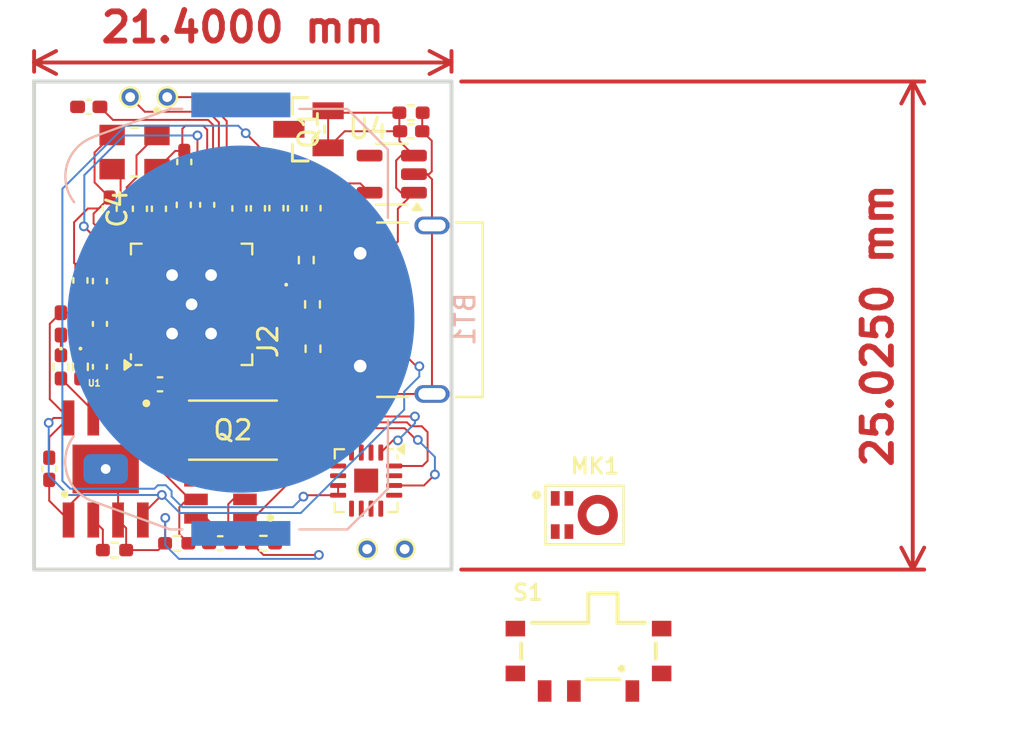
<source format=kicad_pcb>
(kicad_pcb (version 20240108) (generator "pcbnew") (generator_version "8.0")
  (layers (0 "F.Cu" signal) (31 "B.Cu" signal) (34 "B.Paste" user) (35 "F.Paste" user) (36 "B.SilkS" user "B.Silkscreen") (37 "F.SilkS" user "F.Silkscreen") (38 "B.Mask" user) (39 "F.Mask" user) (44 "Edge.Cuts" user))
  (net 0 "")
  (net 1 "VBUS")
  (net 2 "VDD_nRF")
  (net 4 "Net-(L4-Pad2)")
  (net 5 "B+")
  (net 6 "Net-(U6-XC1)")
  (net 7 "Net-(U6-XC2)")
  (net 8 "Net-(U6-DEC4)")
  (net 9 "Net-(U6-DEC3)")
  (net 10 "Net-(U6-DEC1)")
  (net 11 "Net-(C11-Pad1)")
  (net 12 "Net-(D1-K)")
  (net 13 "Net-(D2-K)")
  (net 14 "/PWR")
  (net 15 "Net-(D3-K)")
  (net 16 "Net-(L1-Pad2)")
  (net 17 "Net-(U6-DCC)")
  (net 18 "ANTENNA")
  (net 19 "Net-(U6-ANT)")
  (net 20 "Net-(U1-~{CHRG})")
  (net 21 "Net-(U1-~{STDBY})")
  (net 22 "Net-(U1-PROG)")
  (net 23 "Net-(U5-CS)")
  (net 24 "SPK_DATA")
  (net 26 "SEL")
  (net 27 "SPK_N")
  (net 28 "CLK")
  (net 31 "SPK_P")
  (net 37 "RST")
  (net 44 "SWDIO")
  (net 45 "MIC_DATA")
  (net 53 "SWDCLK")
  (net 62 "Net-(J2-CC1_B)")
  (net 63 "Net-(J2-CC1_A)")
  (net 66 "/D1")
  (net 67 "/G2")
  (net 68 "B-")
  (net 69 "/G1")
  (net 71 "Net-(Q1-D)")
  (footprint "Resistor_SMD:R_0402_1005Metric_Pad0.72x0.64mm_HandSolder" (layer "F.Cu") (at 24.2225 38.825 180)
    (property "Reference" "R6" (hide yes))
    (property "Value" "2k")
  )
  (footprint "Resistor_SMD:R_0402_1005Metric_Pad0.72x0.64mm_HandSolder" (layer "F.Cu") (at 34.055 23.955 -90)
    (property "Reference" "R9" (hide yes))
    (property "Value" "1k" (hide yes))
  )
  (footprint "Capacitor_SMD:C_0402_1005Metric_Pad0.74x0.62mm_HandSolder" (layer "F.Cu") (at 39.4325 17.35)
    (property "Reference" "C1" (hide yes))
    (property "Value" "4.7uF" (hide yes))
  )
  (footprint "12402012E212A:AMPHENOL_12402012E212A" (layer "F.Cu") (at 40.5 26.5 90)
    (property "Reference" "J2")
    (property "Value" "12402012E212A" (hide yes))
  )
  (footprint "Capacitor_SMD:C_0402_1005Metric_Pad0.74x0.62mm_HandSolder" (layer "F.Cu") (at 20.875 34.6575 -90)
    (property "Reference" "C2" (hide yes))
    (property "Value" "10uF" (hide yes))
  )
  (footprint "Resistor_SMD:R_0402_1005Metric_Pad0.72x0.64mm_HandSolder" (layer "F.Cu") (at 22.475 29.4275 -90)
    (property "Reference" "R5" (hide yes))
    (property "Value" "1k" (hide yes))
  )
  (footprint "ABM8-48.000MHZ-B2:XTAL_ABM8-48.000MHZ-B2" (layer "F.Cu") (at 25.25 18.4175 -90)
    (property "Reference" "Y1" (hide yes))
    (property "Value" "ABM8-32.000MHZ-B2" (hide yes))
  )
  (footprint "Resistor_SMD:R_0402_1005Metric_Pad0.72x0.64mm_HandSolder" (layer "F.Cu") (at 34.4 28.5 90)
    (property "Reference" "R11" (hide yes))
    (property "Value" "5.1k" (hide yes))
  )
  (footprint "Package_TO_SOT_SMD:SOT-23-5" (layer "F.Cu") (at 38.4375 19.55 180)
    (property "Reference" "U4")
    (property "Value" "AP2112K-3.3" (hide yes))
  )
  (footprint "Capacitor_SMD:C_0402_1005Metric_Pad0.74x0.62mm_HandSolder" (layer "F.Cu") (at 32.525 21.2925 90)
    (property "Reference" "C17" (hide yes))
    (property "Value" "4.7uF" (hide yes))
  )
  (footprint "TestPoint:TestPoint_Loop_D1.80mm_Drill1.0mm_Beaded" (layer "F.Cu") (at 39.1 38.775)
    (property "Reference" "TP4" (hide yes))
    (property "Value" "TestPoint" (hide yes))
  )
  (footprint "Capacitor_SMD:C_0402_1005Metric_Pad0.74x0.62mm_HandSolder" (layer "F.Cu") (at 27.775 21.125 -90)
    (property "Reference" "C7" (hide yes))
    (property "Value" "47nF" (hide yes))
  )
  (footprint "Capacitor_SMD:C_0402_1005Metric_Pad0.74x0.62mm_HandSolder" (layer "F.Cu") (at 22.475 25 90)
    (property "Reference" "C11" (hide yes))
    (property "Value" "1uF" (hide yes))
  )
  (footprint "Diode_SMD:D_0402_1005Metric_Pad0.77x0.64mm_HandSolder" (layer "F.Cu") (at 22.475 27.2275 90)
    (property "Reference" "D2" (hide yes))
    (property "Value" "D_Small" (hide yes))
  )
  (footprint "TestPoint:TestPoint_Loop_D1.80mm_Drill1.0mm_Beaded" (layer "F.Cu") (at 25.025 15.6)
    (property "Reference" "TP2" (hide yes))
    (property "Value" "TestPoint" (hide yes))
  )
  (footprint "IM69D120V01XTSA1:XDCR_IM69D120V01XTSA1" (layer "F.Cu") (at 48.32 37.025)
    (property "Reference" "MK1")
    (property "Value" "IM69D120V01XTSA1")
  )
  (footprint "Capacitor_SMD:C_0402_1005Metric_Pad0.74x0.62mm_HandSolder" (layer "F.Cu") (at 34.425 21.2925 90)
    (property "Reference" "C15" (hide yes))
    (property "Value" "100nF" (hide yes))
  )
  (footprint "Capacitor_SMD:C_0402_1005Metric_Pad0.74x0.62mm_HandSolder" (layer "F.Cu") (at 30.625 21.31 90)
    (property "Reference" "C16" (hide yes))
    (property "Value" "1uF" (hide yes))
  )
  (footprint "Capacitor_SMD:C_0402_1005Metric_Pad0.74x0.62mm_HandSolder" (layer "F.Cu") (at 29.6425 38.475)
    (property "Reference" "C3" (hide yes))
    (property "Value" "100nF" (hide yes))
  )
  (footprint "Capacitor_SMD:C_0402_1005Metric_Pad0.74x0.62mm_HandSolder" (layer "F.Cu") (at 23.475 25.0325 90)
    (property "Reference" "C12" (hide yes))
    (property "Value" "47nF" (hide yes))
  )
  (footprint "footprints:DMP3099L-7" (layer "F.Cu") (at 34.1695 17.249999 90)
    (property "Reference" "Q1")
    (property "Value" "PMOS" (hide yes))
  )
  (footprint "Resistor_SMD:R_0402_1005Metric_Pad0.72x0.64mm_HandSolder" (layer "F.Cu") (at 21.475 29.43 -90)
    (property "Reference" "R4" (hide yes))
    (property "Value" "1k" (hide yes))
  )
  (footprint "Inductor_SMD:L_0402_1005Metric_Pad0.77x0.64mm_HandSolder" (layer "F.Cu") (at 23.475 27.2275 -90)
    (property "Reference" "L1" (hide yes))
    (property "Value" "15nH" (hide yes))
  )
  (footprint "Resistor_SMD:R_0402_1005Metric_Pad0.72x0.64mm_HandSolder" (layer "F.Cu") (at 31.8575 38.475 180)
    (property "Reference" "R7" (hide yes))
    (property "Value" "1k")
  )
  (footprint "Inductor_SMD:L_0402_1005Metric_Pad0.77x0.64mm_HandSolder" (layer "F.Cu") (at 28.975 21.1225 -90)
    (property "Reference" "L5" (hide yes))
    (property "Value" "3.9mH" (hide yes))
  )
  (footprint "Capacitor_SMD:C_0402_1005Metric_Pad0.74x0.62mm_HandSolder" (layer "F.Cu") (at 33.475 21.3025 90)
    (property "Reference" "C13" (hide yes))
    (property "Value" "100nF" (hide yes))
  )
  (footprint "Capacitor_SMD:C_0402_1005Metric_Pad0.74x0.62mm_HandSolder" (layer "F.Cu") (at 27.8 18.925 -90)
    (property "Reference" "C8" (hide yes))
    (property "Value" "1uF" (hide yes))
  )
  (footprint "Capacitor_SMD:C_0402_1005Metric_Pad0.74x0.62mm_HandSolder" (layer "F.Cu") (at 23.975 21.3175 -90)
    (property "Reference" "C5" (hide yes))
    (property "Value" "12pF" (hide yes))
  )
  (footprint "450404015514:450404015514" (layer "F.Cu") (at 48.525 44)
    (property "Reference" "S1")
    (property "Value" "450404015514")
  )
  (footprint "Capacitor_SMD:C_0402_1005Metric_Pad0.74x0.62mm_HandSolder" (layer "F.Cu") (at 26.5575 30.325 180)
    (property "Reference" "C10" (hide yes))
    (property "Value" "100nF" (hide yes))
  )
  (footprint "Resistor_SMD:R_0402_1005Metric_Pad0.72x0.64mm_HandSolder" (layer "F.Cu") (at 27.4125 38.475 180)
    (property "Reference" "R8" (hide yes))
    (property "Value" "100" (hide yes))
  )
  (footprint "Inductor_SMD:L_0402_1005Metric_Pad0.77x0.64mm_HandSolder" (layer "F.Cu") (at 22.9025 16.1)
    (property "Reference" "L4" (hide yes))
    (property "Value" "4.7nH" (hide yes))
  )
  (footprint "DW01A:SOT95P280X145-6N" (layer "F.Cu") (at 29.655 36.225 180)
    (property "Reference" "U5" (hide yes))
    (property "Value" "DW01A" (hide yes))
  )
  (footprint "Inductor_SMD:L_0402_1005Metric_Pad0.77x0.64mm_HandSolder" (layer "F.Cu") (at 23.475 29.4275 -90)
    (property "Reference" "L3" (hide yes))
    (property "Value" "10uH" (hide yes))
  )
  (footprint "Capacitor_SMD:C_0402_1005Metric_Pad0.74x0.62mm_HandSolder" (layer "F.Cu") (at 31.575 21.3025 90)
    (property "Reference" "C14" (hide yes))
    (property "Value" "100nF" (hide yes))
  )
  (footprint "FS8205A:SOP65P640X120-8N" (layer "F.Cu") (at 30.295 32.675)
    (property "Reference" "Q2")
    (property "Value" "FS8205A" (hide yes))
  )
  (footprint "Package_DFN_QFN:TQFN-16-1EP_3x3mm_P0.5mm_EP1.23x1.23mm" (layer "F.Cu") (at 37.125 35.2625 -90)
    (property "Reference" "U2" (hide yes))
    (property "Value" "MAX98357A" (hide yes))
  )
  (footprint "Resistor_SMD:R_0402_1005Metric_Pad0.72x0.64mm_HandSolder" (layer "F.Cu") (at 39.425 16.4)
    (property "Reference" "R3" (hide yes))
    (property "Value" "100k" (hide yes))
  )
  (footprint "Diode_SMD:D_0402_1005Metric_Pad0.77x0.64mm_HandSolder" (layer "F.Cu") (at 33.025 23.9525 90)
    (property "Reference" "D3" (hide yes))
    (property "Value" "D_Small" (hide yes))
  )
  (footprint "Capacitor_SMD:C_0402_1005Metric_Pad0.74x0.62mm_HandSolder" (layer "F.Cu") (at 25.525 21.325 90)
    (property "Reference" "C4")
    (property "Value" "12pF" (hide yes))
  )
  (footprint "Diode_SMD:D_0402_1005Metric_Pad0.77x0.64mm_HandSolder" (layer "F.Cu") (at 21.475 27.2275 90)
    (property "Reference" "D1" (hide yes))
    (property "Value" "D_Small" (hide yes))
  )
  (footprint "Package_DFN_QFN:QFN-48-1EP_6x6mm_P0.4mm_EP4.6x4.6mm" (layer "F.Cu") (at 28.175 26.225 90)
    (property "Reference" "U6" (hide yes))
    (property "Value" "nRF52840-QFXX" (hide yes))
  )
  (footprint "Resistor_SMD:R_0402_1005Metric_Pad0.72x0.64mm_HandSolder" (layer "F.Cu") (at 34.375 26.2275 -90)
    (property "Reference" "R10" (hide yes))
    (property "Value" "5.1k" (hide yes))
  )
  (footprint "TestPoint:TestPoint_Loop_D1.80mm_Drill1.0mm_Beaded" (layer "F.Cu") (at 26.925 15.6)
    (property "Reference" "TP1" (hide yes))
    (property "Value" "TestPoint" (hide yes))
  )
  (footprint "TP4056 (1):SO08-PAD-300" (layer "F.Cu") (at 23.77 34.6663)
    (property "Reference" "U1")
    (property "Value" "TP4056")
  )
  (footprint "Capacitor_SMD:C_0402_1005Metric_Pad0.74x0.62mm_HandSolder" (layer "F.Cu") (at 26.5 21.325 -90)
    (property "Reference" "C9" (hide yes))
    (property "Value" "100pF" (hide yes))
  )
  (footprint "TestPoint:TestPoint_Loop_D1.80mm_Drill1.0mm_Beaded" (layer "F.Cu") (at 37.175 38.775)
    (property "Reference" "TP3" (hide yes))
    (property "Value" "TestPoint" (hide yes))
  )
  (footprint "Battery:BatteryHolder_Keystone_3034_1x20mm" (layer "B.Cu") (at 30.7 26.985 90)
    (property "Reference" "BT1")
    (property "Value" "Battery_Cell")
  )
  (gr_rect (start 20.1 14.8) (end 41.5 39.825) (stroke (width 0.2)) (fill none) (layer "Edge.Cuts"))
  (dimension (type aligned) (layer "F.Cu") (pts (xy 41.5 14.8) (xy 41.5 39.825)) (height -23.65) (gr_text "25.0250 mm" (at 63.35 27.3125 90) (layer "F.Cu") (effects (font (size 1.5 1.5) (thickness 0.3)))) (format (prefix "") (suffix "") (units 3) (units_format 1) (precision 4)) (style (thickness 0.2) (arrow_length 1.27) (text_position_mode 0) (extension_height 0.58642) (extension_offset 0.5) keep_text_aligned))
  (dimension (type aligned) (layer "F.Cu") (pts (xy 20.1 14.8) (xy 41.5 14.8)) (height -0.975) (gr_text "21.4000 mm" (at 30.8 12.025 0) (layer "F.Cu") (effects (font (size 1.5 1.5) (thickness 0.3)))) (format (prefix "") (suffix "") (units 3) (units_format 1) (precision 4)) (style (thickness 0.2) (arrow_length 1.27) (text_position_mode 0) (extension_height 0.58642) (extension_offset 0.5) keep_text_aligned))
  (segment (start 39.575 20.5) (end 38.912501 20.5) (width 0.1) (layer "F.Cu") (net 1))
  (segment (start 25.675 36.975) (end 26.65 36) (width 0.1) (layer "F.Cu") (net 1))
  (segment (start 38.912501 20.5) (end 38.6625 20.249999) (width 0.1) (layer "F.Cu") (net 1))
  (segment (start 35.75 28.9) (end 36.32 28.9) (width 0.1) (layer "F.Cu") (net 1))
  (segment (start 38.912501 18.6) (end 39.575 18.6) (width 0.1) (layer "F.Cu") (net 1))
  (segment (start 21.0999 32.0501) (end 21.865 32.0501) (width 0.1) (layer "F.Cu") (net 1))
  (segment (start 36.57 28.65) (end 36.57 24.35) (width 0.1) (layer "F.Cu") (net 1))
  (segment (start 38.75 21.325) (end 38.75 23) (width 0.1) (layer "F.Cu") (net 1))
  (segment (start 36.32 24.1) (end 35.75 24.1) (width 0.1) (layer "F.Cu") (net 1))
  (segment (start 35.885 24.235) (end 35.75 24.1) (width 0.1) (layer "F.Cu") (net 1))
  (segment (start 36.025 17.35) (end 38.865 17.35) (width 0.1) (layer "F.Cu") (net 1))
  (segment (start 39.575 18.6) (end 38.8275 17.8525) (width 0.1) (layer "F.Cu") (net 1))
  (segment (start 36.32 28.9) (end 36.57 28.65) (width 0.1) (layer "F.Cu") (net 1))
  (segment (start 22.475 26.655) (end 21.475 26.655) (width 0.1) (layer "F.Cu") (net 1))
  (segment (start 35.275002 16.4) (end 35.175 16.299998) (width 0.1) (layer "F.Cu") (net 1))
  (segment (start 39.575 20.5) (end 38.75 21.325) (width 0.1) (layer "F.Cu") (net 1))
  (segment (start 38.6625 18.850001) (end 38.912501 18.6) (width 0.1) (layer "F.Cu") (net 1))
  (segment (start 35.175 18.2) (end 36.025 17.35) (width 0.1) (layer "F.Cu") (net 1))
  (segment (start 38.75 23) (end 37.515 24.235) (width 0.1) (layer "F.Cu") (net 1))
  (segment (start 39.065 28.765) (end 35.885 28.765) (width 0.1) (layer "F.Cu") (net 1))
  (segment (start 39.85 29.4) (end 39.7 29.4) (width 0.1) (layer "F.Cu") (net 1))
  (segment (start 20.875 33.0401) (end 21.865 32.0501) (width 0.1) (layer "F.Cu") (net 1))
  (segment (start 20.875 34.09) (end 20.875 33.0401) (width 0.1) (layer "F.Cu") (net 1))
  (segment (start 20.905 31.0901) (end 20.905 27.225) (width 0.1) (layer "F.Cu") (net 1))
  (segment (start 21.865 32.0501) (end 20.905 31.0901) (width 0.1) (layer "F.Cu") (net 1))
  (segment (start 35.885 28.765) (end 35.75 28.9) (width 0.1) (layer "F.Cu") (net 1))
  (segment (start 35.175 16.299998) (end 35.175 18.2) (width 0.1) (layer "F.Cu") (net 1))
  (segment (start 37.515 24.235) (end 35.885 24.235) (width 0.1) (layer "F.Cu") (net 1))
  (segment (start 38.8275 16.4) (end 35.275002 16.4) (width 0.1) (layer "F.Cu") (net 1))
  (segment (start 39.7 29.4) (end 39.065 28.765) (width 0.1) (layer "F.Cu") (net 1))
  (segment (start 38.8275 17.8525) (end 38.8275 16.4) (width 0.1) (layer "F.Cu") (net 1))
  (segment (start 20.85 32.3) (end 21.0999 32.0501) (width 0.1) (layer "F.Cu") (net 1))
  (segment (start 25.675 37.2825) (end 25.675 36.975) (width 0.1) (layer "F.Cu") (net 1))
  (segment (start 38.6625 20.249999) (end 38.6625 18.850001) (width 0.1) (layer "F.Cu") (net 1))
  (segment (start 20.905 27.225) (end 21.475 26.655) (width 0.1) (layer "F.Cu") (net 1))
  (segment (start 36.57 24.35) (end 36.32 24.1) (width 0.1) (layer "F.Cu") (net 1))
  (via (at 26.65 36) (size 0.5) (drill 0.3) (layers "F.Cu" "B.Cu") (net 1))
  (via (at 39.85 29.4) (size 0.5) (drill 0.3) (layers "F.Cu" "B.Cu") (net 1))
  (via (at 20.85 32.3) (size 0.5) (drill 0.3) (layers "F.Cu" "B.Cu") (net 1))
  (segment (start 27.575 36.925) (end 33.775 36.925) (width 0.1) (layer "B.Cu") (net 1))
  (segment (start 26.65 36) (end 21.85 36) (width 0.1) (layer "B.Cu") (net 1))
  (segment (start 39.075 30.7) (end 39.85 29.925) (width 0.1) (layer "B.Cu") (net 1))
  (segment (start 33.775 36.925) (end 39.075 31.625) (width 0.1) (layer "B.Cu") (net 1))
  (segment (start 39.075 31.625) (end 39.075 30.7) (width 0.1) (layer "B.Cu") (net 1))
  (segment (start 39.85 29.925) (end 39.85 29.4) (width 0.1) (layer "B.Cu") (net 1))
  (segment (start 26.65 36) (end 27.575 36.925) (width 0.1) (layer "B.Cu") (net 1))
  (segment (start 21.85 36) (end 20.85 35) (width 0.1) (layer "B.Cu") (net 1))
  (segment (start 20.85 35) (end 20.85 32.3) (width 0.1) (layer "B.Cu") (net 1))
  (segment (start 36.825 20.025) (end 33.525 20.025) (width 0.1) (layer "F.Cu") (net 2))
  (segment (start 34.4075 21.8775) (end 34.425 21.86) (width 0.1) (layer "F.Cu") (net 2))
  (segment (start 35.6875 35.5125) (end 35.6875 36.0125) (width 0.1) (layer "F.Cu") (net 2))
  (segment (start 35.785 20.5) (end 37.3 20.5) (width 0.1) (layer "F.Cu") (net 2))
  (segment (start 33.980392 36.0125) (end 35.6875 36.0125) (width 0.1) (layer "F.Cu") (net 2))
  (segment (start 30.625 21.8775) (end 30.625 23.025) (width 0.1) (layer "F.Cu") (net 2))
  (segment (start 33.525 20.025) (end 30.95 17.45) (width 0.1) (layer "F.Cu") (net 2))
  (segment (start 33.908946 36.083946) (end 33.980392 36.0125) (width 0.1) (layer "F.Cu") (net 2))
  (segment (start 37.3 20.5) (end 36.825 20.025) (width 0.1) (layer "F.Cu") (net 2))
  (segment (start 34.425 21.86) (end 35.785 20.5) (width 0.1) (layer "F.Cu") (net 2))
  (segment (start 30.625 23.025) (end 30.375 23.275) (width 0.1) (layer "F.Cu") (net 2))
  (segment (start 30.625 21.8775) (end 34.4075 21.8775) (width 0.1) (layer "F.Cu") (net 2))
  (via (at 30.95 17.45) (size 0.5) (drill 0.3) (layers "F.Cu" "B.Cu") (net 2))
  (via (at 33.908946 36.083946) (size 0.5) (drill 0.3) (layers "F.Cu" "B.Cu") (net 2))
  (segment (start 33.367892 36.625) (end 33.908946 36.083946) (width 0.1) (layer "B.Cu") (net 2))
  (segment (start 27.699264 36.625) (end 33.367892 36.625) (width 0.1) (layer "B.Cu") (net 2))
  (segment (start 21.55 35.275736) (end 21.952564 35.6783) (width 0.1) (layer "B.Cu") (net 2))
  (segment (start 30.95 17.45) (end 30.5675 17.0675) (width 0.1) (layer "B.Cu") (net 2))
  (segment (start 24.783236 17.0675) (end 21.55 20.300736) (width 0.1) (layer "B.Cu") (net 2))
  (segment (start 26.442893 35.5) (end 26.857107 35.5) (width 0.1) (layer "B.Cu") (net 2))
  (segment (start 21.55 20.300736) (end 21.55 35.275736) (width 0.1) (layer "B.Cu") (net 2))
  (segment (start 21.952564 35.6783) (end 26.264593 35.6783) (width 0.1) (layer "B.Cu") (net 2))
  (segment (start 26.857107 35.5) (end 27.15 35.792893) (width 0.1) (layer "B.Cu") (net 2))
  (segment (start 27.15 36.075736) (end 27.699264 36.625) (width 0.1) (layer "B.Cu") (net 2))
  (segment (start 26.264593 35.6783) (end 26.442893 35.5) (width 0.1) (layer "B.Cu") (net 2))
  (segment (start 30.5675 17.0675) (end 24.783236 17.0675) (width 0.1) (layer "B.Cu") (net 2))
  (segment (start 27.15 35.792893) (end 27.15 36.075736) (width 0.1) (layer "B.Cu") (net 2))
  (segment (start 24.1425 16.7675) (end 29.018236 16.7675) (width 0.1) (layer "F.Cu") (net 4))
  (segment (start 29.018236 16.7675) (end 29.275 17.024264) (width 0.1) (layer "F.Cu") (net 4))
  (segment (start 23.475 16.1) (end 24.1425 16.7675) (width 0.1) (layer "F.Cu") (net 4))
  (segment (start 29.275 17.024264) (end 29.275 20.25) (width 0.1) (layer "F.Cu") (net 4))
  (segment (start 29.275 20.25) (end 28.975 20.55) (width 0.1) (layer "F.Cu") (net 4))
  (segment (start 29.075 38.475) (end 28.01 38.475) (width 0.1) (layer "F.Cu") (net 5))
  (segment (start 27.545 36.63) (end 27.95 36.225) (width 0.1) (layer "F.Cu") (net 5))
  (segment (start 28.01 38.475) (end 27.545 38.01) (width 0.1) (layer "F.Cu") (net 5))
  (segment (start 28.09 36.225) (end 25.825 33.96) (width 0.1) (layer "F.Cu") (net 5))
  (segment (start 25.825 33.96) (end 25.825 32.2001) (width 0.1) (layer "F.Cu") (net 5))
  (segment (start 28.4 36.225) (end 28.09 36.225) (width 0.1) (layer "F.Cu") (net 5))
  (segment (start 27.545 38.01) (end 27.545 36.63) (width 0.1) (layer "F.Cu") (net 5))
  (segment (start 25.825 32.2001) (end 25.675 32.0501) (width 0.1) (layer "F.Cu") (net 5))
  (segment (start 27.95 36.225) (end 28.4 36.225) (width 0.1) (layer "F.Cu") (net 5))
  (segment (start 24.85 21.2175) (end 24.85 20.2175) (width 0.1) (layer "F.Cu") (net 6))
  (segment (start 25.525 21.8925) (end 24.85 21.2175) (width 0.1) (layer "F.Cu") (net 6))
  (segment (start 25.525 21.8925) (end 26.375 22.7425) (width 0.1) (layer "F.Cu") (net 6))
  (segment (start 25.35 18.5925) (end 26.4 17.5425) (width 0.1) (layer "F.Cu") (net 6))
  (segment (start 26.375 22.7425) (end 26.375 23.275) (width 0.1) (layer "F.Cu") (net 6))
  (segment (start 24.85 20.2175) (end 25.35 19.7175) (width 0.1) (layer "F.Cu") (net 6))
  (segment (start 25.35 19.7175) (end 25.35 18.5925) (width 0.1) (layer "F.Cu") (net 6))
  (segment (start 25.365 23.275) (end 25.975 23.275) (width 0.1) (layer "F.Cu") (net 7))
  (segment (start 23.975 21.885) (end 25.365 23.275) (width 0.1) (layer "F.Cu") (net 7))
  (segment (start 24.1 19.2925) (end 24.535 19.7275) (width 0.1) (layer "F.Cu") (net 7))
  (segment (start 24.535 21.325) (end 23.975 21.885) (width 0.1) (layer "F.Cu") (net 7))
  (segment (start 24.535 19.7275) (end 24.535 21.325) (width 0.1) (layer "F.Cu") (net 7))
  (segment (start 27.775 21.6925) (end 27.175 22.2925) (width 0.1) (layer "F.Cu") (net 8))
  (segment (start 28.475 17.5675) (end 28.475 18.8175) (width 0.1) (layer "F.Cu") (net 8))
  (segment (start 24.045 23.62) (end 22.65 22.225) (width 0.1) (layer "F.Cu") (net 8))
  (segment (start 24.045 27.095) (end 24.045 23.62) (width 0.1) (layer "F.Cu") (net 8))
  (segment (start 27.175 22.2925) (end 27.175 23.275) (width 0.1) (layer "F.Cu") (net 8))
  (segment (start 27.215 20.0775) (end 27.8 19.4925) (width 0.1) (layer "F.Cu") (net 8))
  (segment (start 27.775 21.6925) (end 27.215 21.1325) (width 0.1) (layer "F.Cu") (net 8))
  (segment (start 24.575 27.625) (end 24.045 27.095) (width 0.1) (layer "F.Cu") (net 8))
  (segment (start 27.215 21.1325) (end 27.215 20.0775) (width 0.1) (layer "F.Cu") (net 8))
  (segment (start 25.225 27.625) (end 24.575 27.625) (width 0.1) (layer "F.Cu") (net 8))
  (segment (start 28.475 18.8175) (end 27.8 19.4925) (width 0.1) (layer "F.Cu") (net 8))
  (via (at 28.475 17.5675) (size 0.5) (drill 0.3) (layers "F.Cu" "B.Cu") (net 8))
  (via (at 22.65 22.225) (size 0.5) (drill 0.3) (layers "F.Cu" "B.Cu") (net 8))
  (segment (start 24.7075 17.5675) (end 22.675 19.6) (width 0.1) (layer "B.Cu") (net 8))
  (segment (start 22.675 19.6) (end 22.675 22.2) (width 0.1) (layer "B.Cu") (net 8))
  (segment (start 22.675 22.2) (end 22.65 22.225) (width 0.1) (layer "B.Cu") (net 8))
  (segment (start 28.475 17.5675) (end 24.7075 17.5675) (width 0.1) (layer "B.Cu") (net 8))
  (segment (start 23.4425 25.5675) (end 23.475 25.6) (width 0.1) (layer "F.Cu") (net 11))
  (segment (start 22.475 25.5675) (end 23.4425 25.5675) (width 0.1) (layer "F.Cu") (net 11))
  (segment (start 23.475 25.6) (end 23.475 26.655) (width 0.1) (layer "F.Cu") (net 11))
  (segment (start 21.475 27.8) (end 21.475 28.8325) (width 0.1) (layer "F.Cu") (net 12))
  (segment (start 22.475 27.8) (end 22.475 28.83) (width 0.1) (layer "F.Cu") (net 13))
  (segment (start 33.025 23.38) (end 32.425 23.98) (width 0.1) (layer "F.Cu") (net 14))
  (segment (start 31.55065 25.625) (end 31.125 25.625) (width 0.1) (layer "F.Cu") (net 14))
  (segment (start 32.425 24.75065) (end 31.55065 25.625) (width 0.1) (layer "F.Cu") (net 14))
  (segment (start 32.425 23.98) (end 32.425 24.75065) (width 0.1) (layer "F.Cu") (net 14))
  (segment (start 33.0525 24.5525) (end 33.025 24.525) (width 0.1) (layer "F.Cu") (net 15))
  (segment (start 34.055 24.5525) (end 33.0525 24.5525) (width 0.1) (layer "F.Cu") (net 15))
  (segment (start 23.475 27.8) (end 23.475 28.855) (width 0.1) (layer "F.Cu") (net 16))
  (segment (start 24.79935 28.025) (end 24.045 28.77935) (width 0.1) (layer "F.Cu") (net 17))
  (segment (start 24.045 28.77935) (end 24.045 29.43) (width 0.1) (layer "F.Cu") (net 17))
  (segment (start 25.225 28.025) (end 24.79935 28.025) (width 0.1) (layer "F.Cu") (net 17))
  (segment (start 24.045 29.43) (end 23.475 30) (width 0.1) (layer "F.Cu") (net 17))
  (segment (start 28.975 21.695) (end 28.975 22.077499) (width 0.1) (layer "F.Cu") (net 19))
  (segment (start 27.975 22.84935) (end 27.975 23.275) (width 0.1) (layer "F.Cu") (net 19))
  (segment (start 28.975 22.077499) (end 28.427499 22.625) (width 0.1) (layer "F.Cu") (net 19))
  (segment (start 28.19935 22.625) (end 27.975 22.84935) (width 0.1) (layer "F.Cu") (net 19))
  (segment (start 28.427499 22.625) (end 28.19935 22.625) (width 0.1) (layer "F.Cu") (net 19))
  (segment (start 21.475 30.0275) (end 23.135 31.6875) (width 0.1) (layer "F.Cu") (net 20))
  (segment (start 23.135 31.6875) (end 23.135 32.0501) (width 0.1) (layer "F.Cu") (net 20))
  (segment (start 24.405 31.4501) (end 24.405 32.0501) (width 0.1) (layer "F.Cu") (net 21))
  (segment (start 23.3501 30.9001) (end 23.855 30.9001) (width 0.1) (layer "F.Cu") (net 21))
  (segment (start 22.475 30.025) (end 23.3501 30.9001) (width 0.1) (layer "F.Cu") (net 21))
  (segment (start 23.855 30.9001) (end 24.405 31.4501) (width 0.1) (layer "F.Cu") (net 21))
  (segment (start 23.625 38.825) (end 23.625 37.7725) (width 0.1) (layer "F.Cu") (net 22))
  (segment (start 23.625 37.7725) (end 23.135 37.2825) (width 0.1) (layer "F.Cu") (net 22))
  (segment (start 30.055 37.72) (end 30.055 36.47) (width 0.1) (layer "F.Cu") (net 23))
  (segment (start 30.085 37.75) (end 30.055 37.72) (width 0.1) (layer "F.Cu") (net 23))
  (segment (start 31.73 37.75) (end 30.085 37.75) (width 0.1) (layer "F.Cu") (net 23))
  (segment (start 32.455 38.475) (end 31.73 37.75) (width 0.1) (layer "F.Cu") (net 23))
  (segment (start 30.3 36.225) (end 30.91 36.225) (width 0.1) (layer "F.Cu") (net 23))
  (segment (start 30.055 36.47) (end 30.3 36.225) (width 0.1) (layer "F.Cu") (net 23))
  (segment (start 33.83 27.48) (end 33.83 29.951016) (width 0.1) (layer "F.Cu") (net 24))
  (segment (start 31.125 26.025) (end 32.375 26.025) (width 0.1) (layer "F.Cu") (net 24))
  (segment (start 35.853984 31.975) (end 39.625 31.975) (width 0.1) (layer "F.Cu") (net 24))
  (segment (start 32.375 26.025) (end 33.83 27.48) (width 0.1) (layer "F.Cu") (net 24))
  (segment (start 37.875 33.825) (end 38.5 33.2) (width 0.1) (layer "F.Cu") (net 24))
  (segment (start 33.83 29.951016) (end 35.853984 31.975) (width 0.1) (layer "F.Cu") (net 24))
  (segment (start 38.5 33.2) (end 38.75 33.2) (width 0.1) (layer "F.Cu") (net 24))
  (via (at 39.625 31.975) (size 0.5) (drill 0.3) (layers "F.Cu" "B.Cu") (net 24))
  (via (at 38.75 33.2) (size 0.5) (drill 0.3) (layers "F.Cu" "B.Cu") (net 24))
  (segment (start 39.625 31.975) (end 39.625 32.325) (width 0.1) (layer "B.Cu") (net 24))
  (segment (start 39.625 32.325) (end 38.75 33.2) (width 0.1) (layer "B.Cu") (net 24))
  (segment (start 39.693629 33.175) (end 39.093629 32.575) (width 0.1) (layer "F.Cu") (net 26))
  (segment (start 40.0875 35.5125) (end 40.65 34.95) (width 0.1) (layer "F.Cu") (net 26))
  (segment (start 35.605456 32.575) (end 33.225 30.194544) (width 0.1) (layer "F.Cu") (net 26))
  (segment (start 39.775 33.175) (end 39.693629 33.175) (width 0.1) (layer "F.Cu") (net 26))
  (segment (start 38.5625 35.5125) (end 40.0875 35.5125) (width 0.1) (layer "F.Cu") (net 26))
  (segment (start 33.225 28.525) (end 32.325 27.625) (width 0.1) (layer "F.Cu") (net 26))
  (segment (start 32.325 27.625) (end 31.125 27.625) (width 0.1) (layer "F.Cu") (net 26))
  (segment (start 33.225 30.194544) (end 33.225 28.525) (width 0.1) (layer "F.Cu") (net 26))
  (segment (start 39.093629 32.575) (end 35.605456 32.575) (width 0.1) (layer "F.Cu") (net 26))
  (via (at 39.775 33.175) (size 0.5) (drill 0.3) (layers "F.Cu" "B.Cu") (net 26))
  (via (at 40.65 34.95) (size 0.5) (drill 0.3) (layers "F.Cu" "B.Cu") (net 26))
  (segment (start 40.65 34.05) (end 39.775 33.175) (width 0.1) (layer "B.Cu") (net 26))
  (segment (start 40.65 34.95) (end 40.65 34.05) (width 0.1) (layer "B.Cu") (net 26))
  (segment (start 39.975 32.475) (end 40.275 32.775) (width 0.1) (layer "F.Cu") (net 28))
  (segment (start 33.53 27.604264) (end 33.53 30.07528) (width 0.1) (layer "F.Cu") (net 28))
  (segment (start 40.275 34.25) (end 40.0125 34.5125) (width 0.1) (layer "F.Cu") (net 28))
  (segment (start 40.275 32.775) (end 40.275 34.25) (width 0.1) (layer "F.Cu") (net 28))
  (segment (start 39.217893 32.275) (end 39.417893 32.475) (width 0.1) (layer "F.Cu") (net 28))
  (segment (start 31.125 26.425) (end 32.350736 26.425) (width 0.1) (layer "F.Cu") (net 28))
  (segment (start 40.0125 34.5125) (end 38.5625 34.5125) (width 0.1) (layer "F.Cu") (net 28))
  (segment (start 33.53 30.07528) (end 35.72972 32.275) (width 0.1) (layer "F.Cu") (net 28))
  (segment (start 39.417893 32.475) (end 39.975 32.475) (width 0.1) (layer "F.Cu") (net 28))
  (segment (start 32.350736 26.425) (end 33.53 27.604264) (width 0.1) (layer "F.Cu") (net 28))
  (segment (start 35.72972 32.275) (end 39.217893 32.275) (width 0.1) (layer "F.Cu") (net 28))
  (segment (start 29.975 16.825) (end 28.75 15.6) (width 0.1) (layer "F.Cu") (net 44))
  (segment (start 28.75 15.6) (end 26.925 15.6) (width 0.1) (layer "F.Cu") (net 44))
  (segment (start 29.975 23.275) (end 29.975 16.825) (width 0.1) (layer "F.Cu") (net 44))
  (segment (start 25.775 16.35) (end 29.025 16.35) (width 0.1) (layer "F.Cu") (net 53))
  (segment (start 25.025 15.6) (end 25.775 16.35) (width 0.1) (layer "F.Cu") (net 53))
  (segment (start 29.025 16.35) (end 29.575 16.9) (width 0.1) (layer "F.Cu") (net 53))
  (segment (start 29.575 16.9) (end 29.575 23.275) (width 0.1) (layer "F.Cu") (net 53))
  (segment (start 34.93 24.85) (end 35.65 24.85) (width 0.1) (layer "F.Cu") (net 62))
  (segment (start 34.375 25.63) (end 34.375 25.405) (width 0.1) (layer "F.Cu") (net 62))
  (segment (start 34.375 25.405) (end 34.93 24.85) (width 0.1) (layer "F.Cu") (net 62))
  (segment (start 35.65 24.85) (end 35.75 24.75) (width 0.1) (layer "F.Cu") (net 62))
  (segment (start 34.4 27.9025) (end 34.5525 27.75) (width 0.1) (layer "F.Cu") (net 63))
  (segment (start 34.5525 27.75) (end 35.75 27.75) (width 0.1) (layer "F.Cu") (net 63))
  (segment (start 29.285 33.65) (end 27.415 33.65) (width 0.1) (layer "F.Cu") (net 67))
  (segment (start 30.91 35.275) (end 29.285 33.65) (width 0.1) (layer "F.Cu") (net 67))
  (segment (start 28.975 19.262052) (end 28.975 17.275) (width 0.1) (layer "F.Cu") (net 68))
  (segment (start 23.2 19.975) (end 23.975 20.75) (width 0.1) (layer "F.Cu") (net 68))
  (segment (start 40.5 22.18) (end 40.5 30.82) (width 0.1) (layer "F.Cu") (net 68))
  (segment (start 26.5 19.3925) (end 26.4 19.2925) (width 0.1) (layer "F.Cu") (net 68))
  (segment (start 31.86 39.075) (end 31.26 38.475) (width 0.1) (layer "F.Cu") (net 68))
  (segment (start 30.21 38.475) (end 28.91 37.175) (width 0.1) (layer "F.Cu") (net 68))
  (segment (start 23.2 18.4425) (end 23.2 19.975) (width 0.1) (layer "F.Cu") (net 68))
  (segment (start 20.875 36.2925) (end 21.865 37.2825) (width 0.1) (layer "F.Cu") (net 68))
  (segment (start 24.345 23.27) (end 23.15 22.075) (width 0.1) (layer "F.Cu") (net 68))
  (segment (start 28.102052 22.31) (end 28.335 22.077052) (width 0.1) (layer "F.Cu") (net 68))
  (segment (start 28.7675 17.0675) (end 27.8575 17.0675) (width 0.1) (layer "F.Cu") (net 68))
  (segment (start 40.5 22.18) (end 40.5 19.812501) (width 0.1) (layer "F.Cu") (net 68))
  (segment (start 23.415 21.31) (end 22.857893 21.31) (width 0.1) (layer "F.Cu") (net 68))
  (segment (start 26.465 38.825) (end 26.815 38.475) (width 0.1) (layer "F.Cu") (net 68))
  (segment (start 27.575 22.5) (end 27.765 22.31) (width 0.1) (layer "F.Cu") (net 68))
  (segment (start 27.775 20.5575) (end 27.775 20.462052) (width 0.1) (layer "F.Cu") (net 68))
  (segment (start 40.35 19.55) (end 39.575 19.55) (width 0.1) (layer "F.Cu") (net 68))
  (segment (start 27.575 23.275) (end 27.575 22.5) (width 0.1) (layer "F.Cu") (net 68))
  (segment (start 35.75 29.7) (end 35.75 30.25) (width 0.1) (layer "F.Cu") (net 68))
  (segment (start 23.15 21.575) (end 23.975 20.75) (width 0.1) (layer "F.Cu") (net 68))
  (segment (start 40.5 19.812501) (end 40.237499 19.55) (width 0.1) (layer "F.Cu") (net 68))
  (segment (start 22.15 22.017893) (end 22.15 24.1075) (width 0.1) (layer "F.Cu") (net 68))
  (segment (start 21.865 36.5713) (end 23.77 34.6663) (width 0.1) (layer "F.Cu") (net 68))
  (segment (start 27.335 18.3575) (end 27.8 18.3575) (width 0.1) (layer "F.Cu") (net 68))
  (segment (start 25.225 27.225) (end 24.79935 27.225) (width 0.1) (layer "F.Cu") (net 68))
  (segment (start 28.975 17.275) (end 28.7675 17.0675) (width 0.1) (layer "F.Cu") (net 68))
  (segment (start 34.055 23.3575) (end 35.6925 23.3575) (width 0.1) (layer "F.Cu") (net 68))
  (segment (start 22.5075 24.465) (end 22.475 24.4325) (width 0.1) (layer "F.Cu") (net 68))
  (segment (start 24.345 26.77065) (end 24.345 23.27) (width 0.1) (layer "F.Cu") (net 68))
  (segment (start 40.4875 19.4125) (end 40.35 19.55) (width 0.1) (layer "F.Cu") (net 68))
  (segment (start 36.32 30.82) (end 40.5 30.82) (width 0.1) (layer "F.Cu") (net 68))
  (segment (start 24.79935 27.225) (end 24.345 26.77065) (width 0.1) (layer "F.Cu") (net 68))
  (segment (start 30.21 38.475) (end 31.26 38.475) (width 0.1) (layer "F.Cu") (net 68))
  (segment (start 35.75 22.75) (end 35.75 23.3) (width 0.1) (layer "F.Cu") (net 68))
  (segment (start 26.5 20.7575) (end 26.5 19.3925) (width 0.1) (layer "F.Cu") (net 68))
  (segment (start 35.75 30.25) (end 36.32 30.82) (width 0.1) (layer "F.Cu") (net 68))
  (segment (start 24.82 38.825) (end 26.465 38.825) (width 0.1) (layer "F.Cu") (net 68))
  (segment (start 24.82 38.825) (end 24.82 37.6975) (width 0.1) (layer "F.Cu") (net 68))
  (segment (start 23.15 22.075) (end 23.15 21.575) (width 0.1) (layer "F.Cu") (net 68))
  (segment (start 20.875 35.225) (end 20.875 36.2925) (width 0.1) (layer "F.Cu") (net 68))
  (segment (start 26.815 37.185) (end 26.825 37.175) (width 0.1) (layer "F.Cu") (net 68))
  (segment (start 35.0025 29.7) (end 35.75 29.7) (width 0.1) (layer "F.Cu") (net 68))
  (segment (start 40 16.4225) (end 40.0225 16.4) (width 0.1) (layer "F.Cu") (net 68))
  (segment (start 27.765 22.31) (end 28.102052 22.31) (width 0.1) (layer "F.Cu") (net 68))
  (segment (start 34.7 39.075) (end 31.86 39.075) (width 0.1) (layer "F.Cu") (net 68))
  (segment (start 40.237499 19.55) (end 39.575 19.55) (width 0.1) (layer "F.Cu") (net 68))
  (segment (start 28.335 22.077052) (end 28.335 21.1175) (width 0.1) (layer "F.Cu") (net 68))
  (segment (start 23.975 20.75) (end 23.415 21.31) (width 0.1) (layer "F.Cu") (net 68))
  (segment (start 40.4875 17.8375) (end 40.4875 19.4125) (width 0.1) (layer "F.Cu") (net 68))
  (segment (start 26.4 19.2925) (end 27.335 18.3575) (width 0.1) (layer "F.Cu") (net 68))
  (segment (start 26.815 38.475) (end 26.815 37.185) (width 0.1) (layer "F.Cu") (net 68))
  (segment (start 24.82 37.6975) (end 24.405 37.2825) (width 0.1) (layer "F.Cu") (net 68))
  (segment (start 40 17.35) (end 40.4875 17.8375) (width 0.1) (layer "F.Cu") (net 68))
  (segment (start 35.675 26.825) (end 35.75 26.75) (width 0.1) (layer "F.Cu") (net 68))
  (segment (start 27.775 20.462052) (end 28.975 19.262052) (width 0.1) (layer "F.Cu") (net 68))
  (segment (start 24.405 35.3013) (end 23.77 34.6663) (width 0.1) (layer "F.Cu") (net 68))
  (segment (start 22.15 24.1075) (end 22.475 24.4325) (width 0.1) (layer "F.Cu") (net 68))
  (segment (start 30.6425 20.725) (end 30.625 20.7425) (width 0.1) (layer "F.Cu") (net 68))
  (segment (start 35.6925 23.3575) (end 35.75 23.3) (width 0.1) (layer "F.Cu") (net 68))
  (segment (start 36.32 22.18) (end 35.75 22.75) (width 0.1) (layer "F.Cu") (net 68))
  (segment (start 28.335 21.1175) (end 27.775 20.5575) (width 0.1) (layer "F.Cu") (net 68))
  (segment (start 34.4 29.0975) (end 35.0025 29.7) (width 0.1) (layer "F.Cu") (net 68))
  (segment (start 24.1 17.5425) (end 23.2 18.4425) (width 0.1) (layer "F.Cu") (net 68))
  (segment (start 27.7 17.225) (end 27.7 18.2575) (width 0.1) (layer "F.Cu") (net 68))
  (segment (start 34.425 20.725) (end 30.6425 20.725) (width 0.1) (layer "F.Cu") (net 68))
  (segment (start 23.475 24.465) (end 22.5075 24.465) (width 0.1) (layer "F.Cu") (net 68))
  (segment (start 22.857893 21.31) (end 22.15 22.017893) (width 0.1) (layer "F.Cu") (net 68))
  (segment (start 34.375 26.825) (end 35.675 26.825) (width 0.1) (layer "F.Cu") (net 68))
  (segment (start 28.91 37.175) (end 28.4 37.175) (width 0.1) (layer "F.Cu") (net 68))
  (segment (start 25.525 20.7575) (end 26.5 20.7575) (width 0.1) (layer "F.Cu") (net 68))
  (segment (start 27.8575 17.0675) (end 27.7 17.225) (width 0.1) (layer "F.Cu") (net 68))
  (segment (start 21.865 37.2825) (end 21.865 36.5713) (width 0.1) (layer "F.Cu") (net 68))
  (segment (start 40 17.35) (end 40 16.4225) (width 0.1) (layer "F.Cu") (net 68))
  (segment (start 24.405 37.2825) (end 24.405 35.3013) (width 0.1) (layer "F.Cu") (net 68))
  (segment (start 35.75 25.75) (end 35.75 27.25) (width 0.1) (layer "F.Cu") (net 68))
  (segment (start 27.7 18.2575) (end 27.8 18.3575) (width 0.1) (layer "F.Cu") (net 68))
  (via (at 34.7 39.075) (size 0.5) (drill 0.3) (layers "F.Cu" "B.Cu") (net 68))
  (via (at 26.825 37.175) (size 0.5) (drill 0.3) (layers "F.Cu" "B.Cu") (net 68))
  (segment (start 26.825 37.175) (end 26.825 38.575) (width 0.1) (layer "B.Cu") (net 68))
  (segment (start 34.5 39.275) (end 34.7 39.075) (width 0.1) (layer "B.Cu") (net 68))
  (segment (start 26.825 38.575) (end 27.525 39.275) (width 0.1) (layer "B.Cu") (net 68))
  (segment (start 27.525 39.275) (end 34.5 39.275) (width 0.1) (layer "B.Cu") (net 68))
  (segment (start 31.36 37.175) (end 33.175 35.36) (width 0.1) (layer "F.Cu") (net 69))
  (segment (start 33.175 35.36) (end 33.175 33.65) (width 0.1) (layer "F.Cu") (net 69))
  (segment (start 30.91 37.175) (end 31.36 37.175) (width 0.1) (layer "F.Cu") (net 69))
)
</source>
